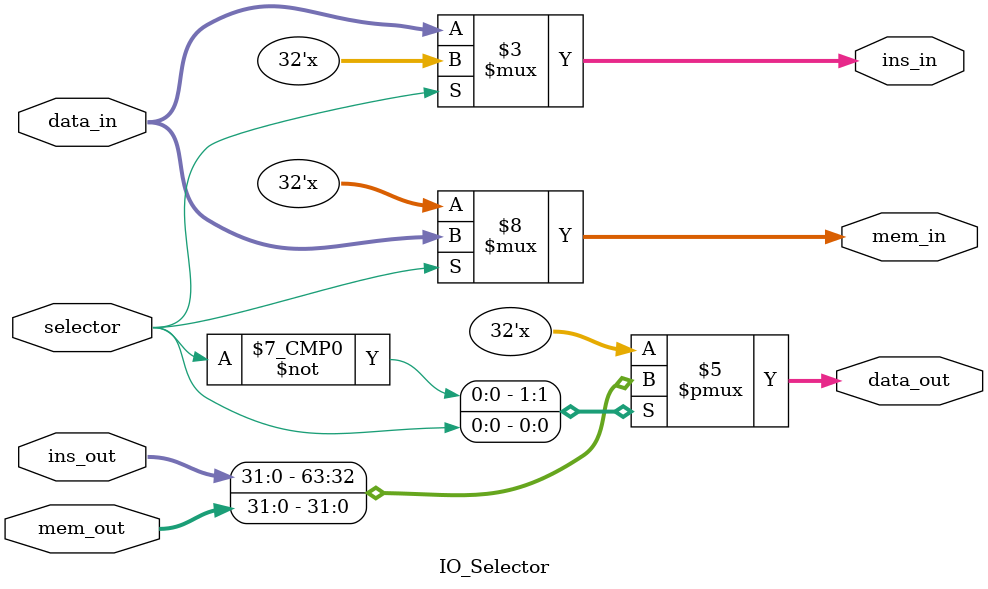
<source format=sv>

module IO_Selector #(parameter WIDTH = 32) (
    input logic  selector,
    input logic [WIDTH - 1 : 0] data_in, ins_out, mem_out,
    output logic [WIDTH - 1 : 0] data_out, ins_in, mem_in
);
    always_comb begin
        case (selector)
            // Connecting to the instruction mem
            1'b0 : begin
                data_out = ins_out;
                ins_in = data_in;
            end
            // Connecting to the instruction mem
            1'b1 : begin
                data_out = mem_out;
                mem_in = data_in;
            end
            default: begin
                data_out = 32'bx;
                ins_in   = 32'bx;
                mem_in   = 32'bx;
            end
        endcase
    end
    
endmodule
</source>
